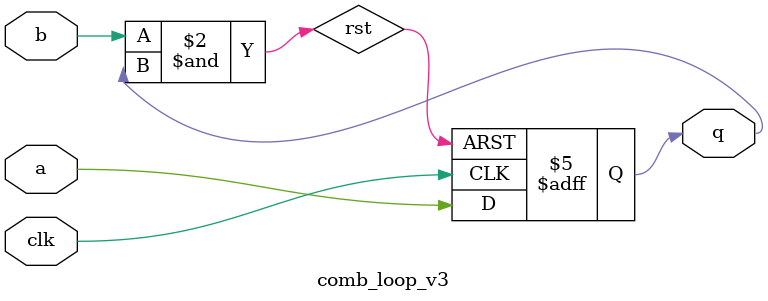
<source format=sv>
module comb_loop_v3
(
  input logic clk,
  input logic a, b,
  output logic q
);

  logic rst;

  always_comb begin
    rst = b & q;
  end

  always_ff @(posedge clk, negedge rst) begin
    if (!rst) 
      q <= '0;
    else 
      q <= a;
  end

endmodule

</source>
